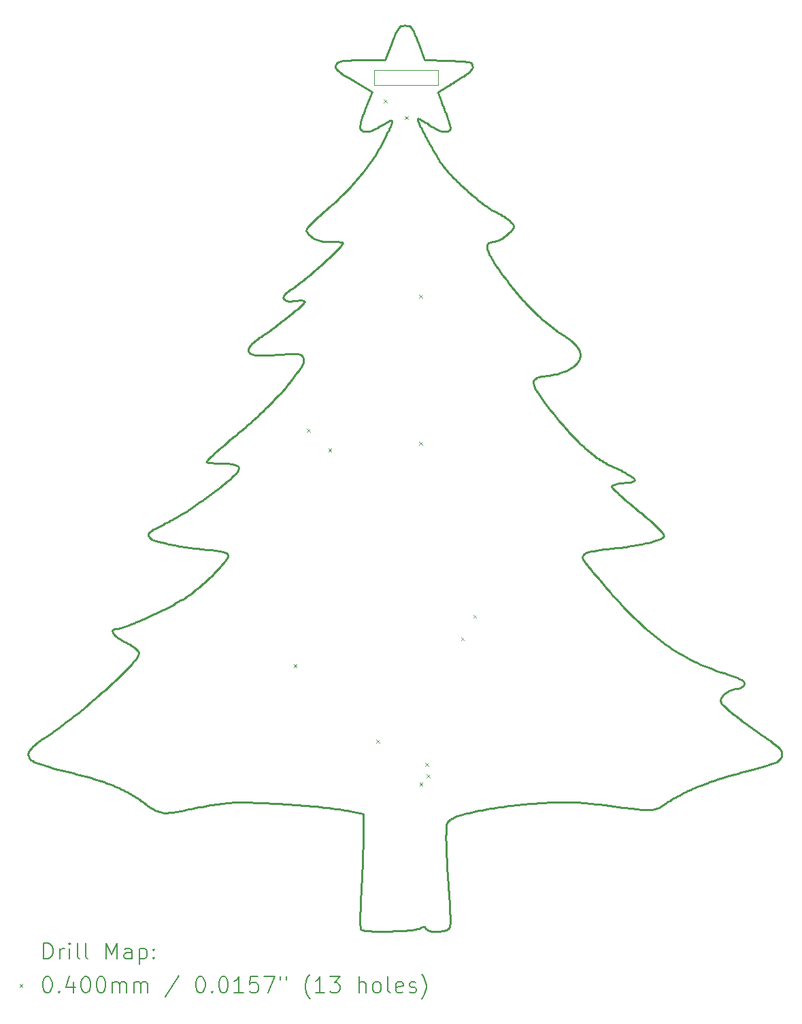
<source format=gbr>
%TF.GenerationSoftware,KiCad,Pcbnew,7.0.9*%
%TF.CreationDate,2023-11-22T22:42:49-07:00*%
%TF.ProjectId,OrnamentSCH,4f726e61-6d65-46e7-9453-43482e6b6963,rev?*%
%TF.SameCoordinates,Original*%
%TF.FileFunction,Drillmap*%
%TF.FilePolarity,Positive*%
%FSLAX45Y45*%
G04 Gerber Fmt 4.5, Leading zero omitted, Abs format (unit mm)*
G04 Created by KiCad (PCBNEW 7.0.9) date 2023-11-22 22:42:49*
%MOMM*%
%LPD*%
G01*
G04 APERTURE LIST*
%ADD10C,0.228600*%
%ADD11C,0.100000*%
%ADD12C,0.200000*%
G04 APERTURE END LIST*
D10*
X15950995Y-4701935D02*
X15975950Y-4717749D01*
X15999848Y-4731885D01*
X16022657Y-4744338D01*
X16044348Y-4755101D01*
X16074716Y-4768063D01*
X16102389Y-4777189D01*
X16127262Y-4782458D01*
X16155887Y-4783448D01*
X16179095Y-4777494D01*
X16200105Y-4760214D01*
X16205921Y-4750222D01*
X13472211Y-13133067D02*
X13498118Y-13131387D01*
X13527830Y-13130195D01*
X13561097Y-13129474D01*
X13597671Y-13129206D01*
X13637304Y-13129375D01*
X13679747Y-13129963D01*
X13724752Y-13130952D01*
X13772069Y-13132327D01*
X13821450Y-13134068D01*
X13872646Y-13136160D01*
X13925410Y-13138585D01*
X13979491Y-13141326D01*
X14034642Y-13144365D01*
X14090615Y-13147685D01*
X14147159Y-13151269D01*
X14204027Y-13155101D01*
X14260970Y-13159161D01*
X14317740Y-13163434D01*
X14374088Y-13167903D01*
X14429764Y-13172549D01*
X14484522Y-13177356D01*
X14538111Y-13182306D01*
X14590284Y-13187382D01*
X14640791Y-13192568D01*
X14689385Y-13197845D01*
X14735816Y-13203197D01*
X14779836Y-13208606D01*
X14821196Y-13214055D01*
X14859647Y-13219527D01*
X14894942Y-13225005D01*
X14926831Y-13230471D01*
X14955066Y-13235908D01*
X16187713Y-14217776D02*
X16184372Y-14174110D01*
X16181119Y-14129477D01*
X16177971Y-14084203D01*
X16174946Y-14038611D01*
X16173484Y-14015797D01*
X16170674Y-13970337D01*
X16168029Y-13925371D01*
X16165565Y-13881223D01*
X16163300Y-13838217D01*
X16161250Y-13796677D01*
X16159433Y-13756929D01*
X16157866Y-13719296D01*
X16156564Y-13684104D01*
X16155547Y-13651675D01*
X16154829Y-13622335D01*
X16154429Y-13596408D01*
X16154353Y-13584826D01*
X15443515Y-4762878D02*
X15425967Y-4799769D01*
X15408179Y-4836002D01*
X15390126Y-4871610D01*
X15371780Y-4906628D01*
X15353116Y-4941088D01*
X15334106Y-4975023D01*
X15314725Y-5008467D01*
X15294946Y-5041452D01*
X15274743Y-5074012D01*
X15254088Y-5106181D01*
X15232957Y-5137991D01*
X15211322Y-5169476D01*
X15189156Y-5200668D01*
X15166435Y-5231602D01*
X15143130Y-5262310D01*
X15119216Y-5292825D01*
X15094667Y-5323181D01*
X15069455Y-5353412D01*
X15043554Y-5383549D01*
X15016939Y-5413627D01*
X14989582Y-5443678D01*
X14961458Y-5473737D01*
X14932539Y-5503835D01*
X14902800Y-5534006D01*
X14872213Y-5564285D01*
X14840753Y-5594702D01*
X14808393Y-5625293D01*
X14775107Y-5656090D01*
X14740868Y-5687126D01*
X14705649Y-5718435D01*
X14669426Y-5750050D01*
X14632170Y-5782004D01*
X14089094Y-7556885D02*
X14129434Y-7554066D01*
X14165672Y-7551740D01*
X14198044Y-7549928D01*
X14226788Y-7548652D01*
X14252140Y-7547932D01*
X14284326Y-7547944D01*
X14310213Y-7549329D01*
X14336311Y-7553436D01*
X14358068Y-7562444D01*
X14374879Y-7582885D01*
X12169638Y-11138804D02*
X12194618Y-11151393D01*
X12218030Y-11164306D01*
X12239716Y-11177415D01*
X12259523Y-11190595D01*
X12282736Y-11208058D01*
X12301959Y-11225120D01*
X12319813Y-11245426D01*
X12331230Y-11267520D01*
X12331990Y-11270896D01*
X13832361Y-7348182D02*
X13804817Y-7366941D01*
X13780238Y-7385163D01*
X13758641Y-7402802D01*
X13740042Y-7419812D01*
X13717801Y-7444047D01*
X13702396Y-7466611D01*
X13692586Y-7493830D01*
X13695157Y-7517439D01*
X13710239Y-7537074D01*
X13729839Y-7548972D01*
X13756605Y-7558275D01*
X14374879Y-7582885D02*
X14383169Y-7606861D01*
X14384358Y-7632204D01*
X14376769Y-7661830D01*
X14364307Y-7688613D01*
X14352382Y-7709326D01*
X14337319Y-7732750D01*
X14318909Y-7759249D01*
X14296942Y-7789189D01*
X14271208Y-7822933D01*
X14256862Y-7841345D01*
X14241497Y-7860845D01*
X14225085Y-7881479D01*
X14207600Y-7903292D01*
X14189017Y-7926329D01*
X14169308Y-7950636D01*
X14148448Y-7976259D01*
X12472799Y-9842608D02*
X12493567Y-9856098D01*
X12515539Y-9865621D01*
X12543444Y-9875454D01*
X12576793Y-9885502D01*
X12615099Y-9895669D01*
X12657875Y-9905856D01*
X12680787Y-9910928D01*
X12704633Y-9915969D01*
X12729353Y-9920967D01*
X12754885Y-9925910D01*
X12781169Y-9930786D01*
X12808144Y-9935583D01*
X12835748Y-9940289D01*
X12863921Y-9944892D01*
X12892602Y-9949380D01*
X12921730Y-9953740D01*
X12951244Y-9957961D01*
X12981082Y-9962030D01*
X13011185Y-9965936D01*
X13041491Y-9969667D01*
X13071939Y-9973209D01*
X13102468Y-9976552D01*
X13133017Y-9979684D01*
X13163525Y-9982591D01*
X13193932Y-9985263D01*
X15123814Y-13270731D02*
X15123814Y-13549307D01*
X11477416Y-12756873D02*
X11517548Y-12766604D01*
X11556680Y-12776351D01*
X11594834Y-12786125D01*
X11632032Y-12795934D01*
X11668297Y-12805788D01*
X11703651Y-12815694D01*
X11738116Y-12825664D01*
X11771715Y-12835704D01*
X11804469Y-12845825D01*
X11836401Y-12856036D01*
X11867534Y-12866346D01*
X11897890Y-12876763D01*
X11927490Y-12887297D01*
X11956357Y-12897957D01*
X11984514Y-12908751D01*
X12011983Y-12919690D01*
X12038786Y-12930782D01*
X12064944Y-12942036D01*
X12090482Y-12953461D01*
X12115420Y-12965067D01*
X12139782Y-12976861D01*
X12163588Y-12988854D01*
X12186863Y-13001055D01*
X12209627Y-13013472D01*
X12231904Y-13026115D01*
X12253715Y-13038992D01*
X12275083Y-13052113D01*
X12296030Y-13065487D01*
X12316578Y-13079123D01*
X12336750Y-13093030D01*
X12356568Y-13107216D01*
X12376054Y-13121692D01*
X17268023Y-13141191D02*
X17300720Y-13138877D01*
X17332141Y-13136730D01*
X17362361Y-13134750D01*
X17391459Y-13132940D01*
X17419509Y-13131300D01*
X17446590Y-13129832D01*
X17472777Y-13128539D01*
X17498148Y-13127420D01*
X17522779Y-13126479D01*
X17546747Y-13125715D01*
X17570128Y-13125132D01*
X17592999Y-13124730D01*
X17637519Y-13124475D01*
X17680919Y-13124964D01*
X17723813Y-13126209D01*
X17766815Y-13128222D01*
X17810538Y-13131014D01*
X17855595Y-13134598D01*
X17878816Y-13136691D01*
X17902601Y-13138986D01*
X17927025Y-13141485D01*
X17952167Y-13144190D01*
X17978102Y-13147102D01*
X18004908Y-13150222D01*
X18032661Y-13153553D01*
X18061437Y-13157095D01*
X12702983Y-9637390D02*
X12679714Y-9648651D01*
X12657737Y-9659372D01*
X12637026Y-9669576D01*
X12599301Y-9688524D01*
X12566336Y-9705675D01*
X12537926Y-9721212D01*
X12513869Y-9735316D01*
X12493960Y-9748169D01*
X12471429Y-9765500D01*
X12454008Y-9785924D01*
X12450221Y-9809187D01*
X12463453Y-9832579D01*
X12472799Y-9842608D01*
X15803795Y-4618362D02*
X15828480Y-4628484D01*
X15850092Y-4640135D01*
X15870757Y-4652008D01*
X15893768Y-4665780D01*
X15918521Y-4681108D01*
X15937867Y-4693419D01*
X15950995Y-4701935D01*
X15645888Y-3461919D02*
X15645898Y-3461904D01*
X17604126Y-7309415D02*
X17583205Y-7296005D01*
X17562173Y-7282044D01*
X17541039Y-7267539D01*
X17519810Y-7252499D01*
X17498495Y-7236930D01*
X17477101Y-7220842D01*
X17455637Y-7204241D01*
X17434110Y-7187135D01*
X17412529Y-7169533D01*
X17390902Y-7151442D01*
X17369236Y-7132870D01*
X17347539Y-7113825D01*
X17325820Y-7094314D01*
X17304087Y-7074346D01*
X17282347Y-7053928D01*
X17260609Y-7033068D01*
X17238880Y-7011774D01*
X17217169Y-6990054D01*
X17195484Y-6967915D01*
X17173832Y-6945366D01*
X17152222Y-6922414D01*
X17130662Y-6899067D01*
X17109159Y-6875332D01*
X17087722Y-6851218D01*
X17066358Y-6826733D01*
X17045077Y-6801884D01*
X17023885Y-6776679D01*
X17002790Y-6751126D01*
X16981802Y-6725233D01*
X16960927Y-6699007D01*
X16940173Y-6672457D01*
X16919550Y-6645590D01*
X15886221Y-3891740D02*
X15807686Y-3676887D01*
X15393892Y-3892769D02*
X15102130Y-3893369D01*
X18921434Y-13120414D02*
X18942922Y-13106663D01*
X18965113Y-13092987D01*
X18987994Y-13079392D01*
X19011556Y-13065881D01*
X19035785Y-13052459D01*
X19060672Y-13039131D01*
X19086205Y-13025900D01*
X19112371Y-13012771D01*
X19139161Y-12999749D01*
X19166563Y-12986837D01*
X19194565Y-12974041D01*
X19223156Y-12961364D01*
X19252325Y-12948811D01*
X19282061Y-12936387D01*
X19312351Y-12924095D01*
X19343186Y-12911940D01*
X19374552Y-12899927D01*
X19406440Y-12888060D01*
X19438838Y-12876343D01*
X19471734Y-12864781D01*
X19505117Y-12853378D01*
X19538977Y-12842138D01*
X19573300Y-12831066D01*
X19608077Y-12820166D01*
X19643296Y-12809443D01*
X19678945Y-12798900D01*
X19715013Y-12788543D01*
X19751489Y-12778376D01*
X19788362Y-12768403D01*
X19825620Y-12758628D01*
X19863252Y-12749056D01*
X19901246Y-12739692D01*
X18217952Y-8946403D02*
X18177120Y-8926598D01*
X18156712Y-8915876D01*
X18136294Y-8904594D01*
X18115856Y-8892743D01*
X18095387Y-8880313D01*
X18074876Y-8867294D01*
X18054312Y-8853677D01*
X18033684Y-8839453D01*
X18012982Y-8824612D01*
X17992195Y-8809144D01*
X17971312Y-8793039D01*
X17950322Y-8776288D01*
X17929215Y-8758882D01*
X17907979Y-8740810D01*
X17886604Y-8722064D01*
X17865078Y-8702633D01*
X17843392Y-8682508D01*
X17821534Y-8661680D01*
X17799493Y-8640138D01*
X17777260Y-8617873D01*
X17754822Y-8594876D01*
X17732169Y-8571137D01*
X17709290Y-8546646D01*
X17686175Y-8521394D01*
X17662812Y-8495371D01*
X17639191Y-8468567D01*
X17615301Y-8440974D01*
X17591131Y-8412581D01*
X17566670Y-8383378D01*
X17541908Y-8353357D01*
X17516834Y-8322507D01*
X13558253Y-9014422D02*
X13539849Y-9037623D01*
X13511126Y-9067034D01*
X13493273Y-9083793D01*
X13473293Y-9101774D01*
X13451339Y-9120867D01*
X13427560Y-9140962D01*
X13402110Y-9161948D01*
X13375138Y-9183716D01*
X13346796Y-9206155D01*
X13317235Y-9229156D01*
X13286607Y-9252607D01*
X13255062Y-9276400D01*
X13222753Y-9300423D01*
X13189829Y-9324567D01*
X13156443Y-9348721D01*
X13122746Y-9372776D01*
X13088888Y-9396621D01*
X13055022Y-9420145D01*
X13021298Y-9443240D01*
X12987868Y-9465794D01*
X12954882Y-9487698D01*
X12922492Y-9508842D01*
X12890850Y-9529114D01*
X12860107Y-9548406D01*
X12830413Y-9566607D01*
X12801920Y-9583606D01*
X12774779Y-9599295D01*
X12749142Y-9613561D01*
X12725159Y-9626297D01*
X12702983Y-9637390D01*
X14279386Y-6887723D02*
X14304066Y-6884413D01*
X14331981Y-6882082D01*
X14355941Y-6881710D01*
X14381424Y-6884389D01*
X14397954Y-6895843D01*
X14870554Y-6168877D02*
X14858100Y-6192036D01*
X14837242Y-6217293D01*
X14807775Y-6249124D01*
X14790199Y-6267161D01*
X14770932Y-6286430D01*
X14750128Y-6306792D01*
X14727942Y-6328112D01*
X14704527Y-6350251D01*
X14680037Y-6373072D01*
X14654627Y-6396437D01*
X14628449Y-6420211D01*
X14601657Y-6444254D01*
X14574407Y-6468431D01*
X14546851Y-6492603D01*
X14519143Y-6516633D01*
X14491438Y-6540385D01*
X14463889Y-6563720D01*
X14436650Y-6586501D01*
X14409875Y-6608592D01*
X14383717Y-6629854D01*
X14358332Y-6650151D01*
X14333872Y-6669345D01*
X14310491Y-6687298D01*
X14288344Y-6703874D01*
X14267584Y-6718936D01*
X14248366Y-6732345D01*
X14215167Y-6753658D01*
X19579322Y-11888060D02*
X19574032Y-11860543D01*
X19578635Y-11833156D01*
X19592308Y-11806657D01*
X19608020Y-11787822D01*
X19628025Y-11770235D01*
X19651976Y-11754216D01*
X19679525Y-11740084D01*
X19710327Y-11728161D01*
X19732496Y-11721597D01*
X19755854Y-11716252D01*
X19767946Y-11714066D01*
X16754000Y-6151000D02*
X16784631Y-6145001D01*
X16812005Y-6133610D01*
X16841630Y-6117513D01*
X16861956Y-6104700D01*
X16882270Y-6090597D01*
X16902166Y-6075523D01*
X16921239Y-6059799D01*
X16939084Y-6043745D01*
X16962662Y-6019746D01*
X16981198Y-5996807D01*
X16993322Y-5976009D01*
X16997667Y-5958433D01*
X19767946Y-11714066D02*
X19791050Y-11709461D01*
X19815707Y-11702192D01*
X19839028Y-11691300D01*
X19857478Y-11675684D01*
X19866833Y-11654126D01*
X19867192Y-11648135D01*
X15021510Y-4159062D02*
X15236683Y-4285814D01*
X12040506Y-10971890D02*
X12013609Y-10976082D01*
X12000150Y-10996258D01*
X12011185Y-11022704D01*
X12026542Y-11041514D01*
X12047875Y-11061787D01*
X12074715Y-11082914D01*
X12095436Y-11097173D01*
X12118256Y-11111361D01*
X12143037Y-11125298D01*
X12169638Y-11138804D01*
X15323278Y-4720974D02*
X15356258Y-4700652D01*
X15385144Y-4683145D01*
X15410087Y-4668506D01*
X15431236Y-4656786D01*
X15456172Y-4644795D01*
X15480880Y-4640148D01*
X15484007Y-4667220D01*
X15475513Y-4691304D01*
X15461848Y-4723131D01*
X15450113Y-4748738D01*
X15443515Y-4762878D01*
X15085727Y-4744421D02*
X15098970Y-4763548D01*
X15123169Y-4778495D01*
X15148175Y-4783330D01*
X15177787Y-4781871D01*
X15202785Y-4776669D01*
X15229996Y-4767963D01*
X15259256Y-4755768D01*
X15279822Y-4745708D01*
X15301178Y-4734108D01*
X15323278Y-4720974D01*
X12967919Y-10542185D02*
X12949119Y-10555714D01*
X12927920Y-10570044D01*
X12904495Y-10585094D01*
X12879020Y-10600783D01*
X12851668Y-10617031D01*
X12822614Y-10633757D01*
X12792032Y-10650879D01*
X12760096Y-10668319D01*
X12726981Y-10685993D01*
X12692860Y-10703823D01*
X12657908Y-10721727D01*
X12622299Y-10739624D01*
X12586207Y-10757435D01*
X12549807Y-10775077D01*
X12513273Y-10792470D01*
X12476779Y-10809535D01*
X12440499Y-10826188D01*
X12404608Y-10842352D01*
X12369280Y-10857943D01*
X12334688Y-10872882D01*
X12301008Y-10887089D01*
X12268414Y-10900481D01*
X12237079Y-10912979D01*
X12207178Y-10924502D01*
X12178886Y-10934969D01*
X12152376Y-10944299D01*
X12127823Y-10952412D01*
X12105400Y-10959227D01*
X12067646Y-10968639D01*
X12040506Y-10971890D01*
X14215167Y-6753658D02*
X14191212Y-6768949D01*
X14171311Y-6783996D01*
X14148911Y-6805794D01*
X14135242Y-6826227D01*
X14130191Y-6850499D01*
X14144265Y-6874430D01*
X14171153Y-6887028D01*
X14200071Y-6891895D01*
X14223385Y-6892686D01*
X14249847Y-6891344D01*
X14279386Y-6887723D01*
X16137395Y-4508440D02*
X16124489Y-4477034D01*
X16112177Y-4446903D01*
X16100607Y-4418418D01*
X16089925Y-4391949D01*
X16080281Y-4367868D01*
X16071820Y-4346545D01*
X16062636Y-4323045D01*
X16054063Y-4300148D01*
X16052326Y-4294400D01*
D11*
X15259100Y-4020820D02*
X16059100Y-4020820D01*
X16059100Y-4202100D01*
X15259100Y-4202100D01*
X15259100Y-4020820D01*
D10*
X19619354Y-11522195D02*
X19569250Y-11506220D01*
X19519883Y-11489499D01*
X19471214Y-11472008D01*
X19423206Y-11453717D01*
X19375819Y-11434599D01*
X19329015Y-11414629D01*
X19282757Y-11393778D01*
X19237006Y-11372019D01*
X19191724Y-11349325D01*
X19146873Y-11325669D01*
X19102415Y-11301023D01*
X19058311Y-11275361D01*
X19014523Y-11248655D01*
X18971013Y-11220879D01*
X18927743Y-11192004D01*
X18884674Y-11162004D01*
X18841769Y-11130852D01*
X18798989Y-11098520D01*
X18756296Y-11064981D01*
X18713652Y-11030208D01*
X18671018Y-10994174D01*
X18628357Y-10956851D01*
X18585630Y-10918213D01*
X18542798Y-10878232D01*
X18499825Y-10836881D01*
X18456671Y-10794133D01*
X18413299Y-10749961D01*
X18369669Y-10704337D01*
X18325745Y-10657235D01*
X18281487Y-10608626D01*
X18236858Y-10558485D01*
X18191819Y-10506783D01*
X15820890Y-14698785D02*
X15844908Y-14687764D01*
X15867143Y-14679926D01*
X15891799Y-14679926D01*
X15907628Y-14698785D01*
X17806928Y-7632565D02*
X17819584Y-7604104D01*
X17825967Y-7575715D01*
X17825981Y-7547242D01*
X17819528Y-7518527D01*
X17806512Y-7489416D01*
X17794141Y-7469711D01*
X17778782Y-7449713D01*
X17760405Y-7429378D01*
X17738983Y-7408657D01*
X17714487Y-7387506D01*
X17686887Y-7365878D01*
X17656156Y-7343726D01*
X17622265Y-7321004D01*
X17604126Y-7309415D01*
X16484617Y-3966956D02*
X16478221Y-3944835D01*
X16460201Y-3926132D01*
X16437687Y-3917480D01*
X16413366Y-3912569D01*
X16381400Y-3908731D01*
X16355280Y-3906643D01*
X16324916Y-3904845D01*
X16289971Y-3903261D01*
X16250107Y-3901817D01*
X16204984Y-3900438D01*
X16180345Y-3899750D01*
X16201612Y-14684508D02*
X16205277Y-14659078D01*
X16206353Y-14632505D01*
X16206616Y-14598432D01*
X16206352Y-14571949D01*
X16205745Y-14542732D01*
X16204801Y-14511018D01*
X16203527Y-14477049D01*
X16201932Y-14441062D01*
X16200021Y-14403298D01*
X16197802Y-14363996D01*
X16195283Y-14323394D01*
X16192469Y-14281732D01*
X16189368Y-14239250D01*
X16187713Y-14217776D01*
X14707090Y-6151003D02*
X14731913Y-6151210D01*
X14755585Y-6151810D01*
X14784871Y-6153168D01*
X14810941Y-6155097D01*
X14837989Y-6158199D01*
X14860601Y-6162746D01*
X14870554Y-6168877D01*
X12331990Y-11270896D02*
X12326466Y-11295345D01*
X12304559Y-11331861D01*
X12287948Y-11354208D01*
X12267825Y-11379051D01*
X12244382Y-11406214D01*
X12217816Y-11435524D01*
X12188320Y-11466806D01*
X12156089Y-11499887D01*
X12121317Y-11534593D01*
X12084198Y-11570750D01*
X12044926Y-11608184D01*
X12003697Y-11646721D01*
X11960703Y-11686186D01*
X11916141Y-11726407D01*
X11870203Y-11767209D01*
X11823084Y-11808417D01*
X11774979Y-11849859D01*
X11726082Y-11891359D01*
X11676587Y-11932745D01*
X11626688Y-11973842D01*
X11576581Y-12014476D01*
X11526458Y-12054473D01*
X11476515Y-12093660D01*
X11426946Y-12131862D01*
X11377945Y-12168905D01*
X11329707Y-12204615D01*
X11282425Y-12238819D01*
X11236294Y-12271342D01*
X11191509Y-12302010D01*
X11148264Y-12330650D01*
X16205921Y-4750222D02*
X16206393Y-4725506D01*
X16202100Y-4701910D01*
X16194840Y-4672666D01*
X16187616Y-4647623D01*
X16178999Y-4620381D01*
X16169107Y-4591357D01*
X16158059Y-4560972D01*
X16145971Y-4529643D01*
X16137395Y-4508440D01*
X18061437Y-13157095D02*
X18127285Y-13165316D01*
X18188683Y-13173016D01*
X18245823Y-13180185D01*
X18298900Y-13186815D01*
X18348107Y-13192898D01*
X18393637Y-13198426D01*
X18435685Y-13203391D01*
X18474444Y-13207784D01*
X18510107Y-13211598D01*
X18542869Y-13214823D01*
X18572923Y-13217453D01*
X18600462Y-13219478D01*
X18625680Y-13220890D01*
X18648772Y-13221682D01*
X18689347Y-13221370D01*
X18723738Y-13218476D01*
X18753494Y-13212935D01*
X18780163Y-13204681D01*
X18805295Y-13193648D01*
X18830439Y-13179770D01*
X18857144Y-13162983D01*
X18886959Y-13143219D01*
X18921434Y-13120414D01*
X14955066Y-13235908D02*
X15123814Y-13270731D01*
X13173638Y-8893125D02*
X13197663Y-8900363D01*
X13221869Y-8903788D01*
X13245609Y-8906104D01*
X13272461Y-8907968D01*
X13301708Y-8909309D01*
X13324784Y-8909930D01*
X13348501Y-8910188D01*
X16273614Y-4156505D02*
X16304003Y-4138424D01*
X16331667Y-4121559D01*
X16356700Y-4105829D01*
X16379194Y-4091151D01*
X16399240Y-4077442D01*
X16424923Y-4058515D01*
X16445618Y-4041302D01*
X16465992Y-4020539D01*
X16480894Y-3997168D01*
X16485182Y-3971206D01*
X16484617Y-3966956D01*
X19901246Y-12739692D02*
X19934227Y-12731552D01*
X19966886Y-12723221D01*
X19999027Y-12714758D01*
X20030457Y-12706226D01*
X20060980Y-12697685D01*
X20090401Y-12689195D01*
X20118525Y-12680819D01*
X20145158Y-12672618D01*
X20170104Y-12664651D01*
X20193169Y-12656981D01*
X20223812Y-12646165D01*
X20249126Y-12636359D01*
X20273451Y-12625211D01*
X20281135Y-12620601D01*
X15645898Y-3461904D02*
X15620558Y-3463309D01*
X15594184Y-3470788D01*
X15571311Y-3487692D01*
X15553814Y-3510208D01*
X15540299Y-3533444D01*
X15525832Y-3562909D01*
X15515387Y-3586364D01*
X15504110Y-3613114D01*
X15491837Y-3643367D01*
X15478404Y-3677336D01*
X17402854Y-7822113D02*
X17437439Y-7818031D01*
X17471440Y-7812604D01*
X17504716Y-7805897D01*
X17537125Y-7797976D01*
X17568526Y-7788910D01*
X17598777Y-7778764D01*
X17627737Y-7767604D01*
X17655264Y-7755498D01*
X17681217Y-7742512D01*
X17705454Y-7728713D01*
X17727835Y-7714167D01*
X17748216Y-7698941D01*
X17766458Y-7683101D01*
X17782418Y-7666714D01*
X17801771Y-7641253D01*
X17806928Y-7632565D01*
X17516834Y-8322507D02*
X17486109Y-8284307D01*
X17457271Y-8248157D01*
X17430308Y-8213997D01*
X17405206Y-8181767D01*
X17381951Y-8151408D01*
X17360529Y-8122861D01*
X17340928Y-8096067D01*
X17323133Y-8070966D01*
X17307131Y-8047498D01*
X17292909Y-8025605D01*
X17280453Y-8005226D01*
X17260785Y-7968777D01*
X17248018Y-7937676D01*
X17242045Y-7911447D01*
X17245586Y-7880201D01*
X17263803Y-7857248D01*
X17283920Y-7845761D01*
X17310289Y-7836772D01*
X17342802Y-7829806D01*
X17381350Y-7824389D01*
X17402854Y-7822113D01*
X12376054Y-13121692D02*
X12395489Y-13136330D01*
X12413955Y-13150070D01*
X12448325Y-13174914D01*
X12479865Y-13196335D01*
X12509273Y-13214450D01*
X12537250Y-13229372D01*
X12564495Y-13241214D01*
X12591706Y-13250091D01*
X12619585Y-13256117D01*
X12648829Y-13259405D01*
X12680139Y-13260071D01*
X12714214Y-13258227D01*
X12751753Y-13253988D01*
X12793456Y-13247469D01*
X12816088Y-13243389D01*
X12840023Y-13238782D01*
X12865348Y-13233661D01*
X12892152Y-13228042D01*
X12920522Y-13221938D01*
X12950544Y-13215363D01*
X16752748Y-5772483D02*
X16725916Y-5758180D01*
X16693742Y-5737957D01*
X16657020Y-5712511D01*
X16637202Y-5698048D01*
X16616545Y-5682539D01*
X16595149Y-5666074D01*
X16573112Y-5648739D01*
X16550535Y-5630621D01*
X16527516Y-5611807D01*
X16504155Y-5592385D01*
X16480551Y-5572442D01*
X16456803Y-5552064D01*
X16433011Y-5531340D01*
X16409274Y-5510355D01*
X16385692Y-5489198D01*
X16362363Y-5467956D01*
X16339388Y-5446715D01*
X16316865Y-5425563D01*
X16294894Y-5404587D01*
X16273574Y-5383874D01*
X16253004Y-5363512D01*
X16233285Y-5343587D01*
X16214514Y-5324187D01*
X16196792Y-5305399D01*
X16180218Y-5287310D01*
X16164891Y-5270006D01*
X16138375Y-5238108D01*
X16127386Y-5223686D01*
X11148264Y-12330650D02*
X11128641Y-12343594D01*
X11092556Y-12368576D01*
X11060669Y-12392397D01*
X11032957Y-12415110D01*
X11009399Y-12436767D01*
X10989973Y-12457424D01*
X10974659Y-12477132D01*
X10959349Y-12505035D01*
X10953169Y-12531107D01*
X10956045Y-12555528D01*
X10967906Y-12578480D01*
X10988679Y-12600142D01*
X11007443Y-12613957D01*
X11030114Y-12627333D01*
X13442465Y-10042719D02*
X13439103Y-10071220D01*
X13428823Y-10091848D01*
X13413344Y-10116164D01*
X13393066Y-10143748D01*
X13368391Y-10174177D01*
X13339718Y-10207029D01*
X13324009Y-10224233D01*
X13307450Y-10241884D01*
X13290092Y-10259930D01*
X13271986Y-10278319D01*
X13253181Y-10296997D01*
X13233727Y-10315912D01*
X13213675Y-10335012D01*
X13193074Y-10354243D01*
X13171975Y-10373552D01*
X13150427Y-10392888D01*
X13128482Y-10412197D01*
X13106188Y-10431427D01*
X13083596Y-10450524D01*
X13060756Y-10469437D01*
X13037718Y-10488112D01*
X13014533Y-10506497D01*
X12991250Y-10524539D01*
X12967919Y-10542185D01*
X15094753Y-14714223D02*
X15120535Y-14722686D01*
X15151643Y-14726997D01*
X15192008Y-14730282D01*
X15215158Y-14731551D01*
X15240019Y-14732577D01*
X15266389Y-14733363D01*
X15294066Y-14733914D01*
X15322850Y-14734235D01*
X15352540Y-14734329D01*
X15382933Y-14734201D01*
X15413828Y-14733856D01*
X15445025Y-14733296D01*
X15476322Y-14732527D01*
X15507517Y-14731554D01*
X15538410Y-14730379D01*
X15568799Y-14729008D01*
X15598483Y-14727445D01*
X15627260Y-14725694D01*
X15654929Y-14723759D01*
X15681290Y-14721645D01*
X15706140Y-14719355D01*
X15729278Y-14716895D01*
X15769614Y-14711479D01*
X15800688Y-14705431D01*
X15820890Y-14698785D01*
X16127386Y-5223686D02*
X16103908Y-5190347D01*
X16078206Y-5151436D01*
X16064698Y-5130223D01*
X16050848Y-5108018D01*
X16036727Y-5084952D01*
X16022406Y-5061159D01*
X16007956Y-5036772D01*
X15993448Y-5011925D01*
X15978953Y-4986750D01*
X15964544Y-4961382D01*
X15950290Y-4935952D01*
X15936264Y-4910594D01*
X15922535Y-4885442D01*
X15909177Y-4860628D01*
X15896259Y-4836287D01*
X15883852Y-4812550D01*
X15872030Y-4789552D01*
X15860861Y-4767425D01*
X15850418Y-4746302D01*
X15831993Y-4707605D01*
X15817325Y-4674524D01*
X15806984Y-4648126D01*
X15800829Y-4623391D01*
X15803795Y-4618362D01*
X18354034Y-9155104D02*
X18394054Y-9152173D01*
X18428014Y-9148524D01*
X18455825Y-9144021D01*
X18485822Y-9135372D01*
X18503480Y-9119592D01*
X18494965Y-9097970D01*
X18470981Y-9077268D01*
X18446447Y-9061078D01*
X18414975Y-9042820D01*
X18376477Y-9022358D01*
X18354566Y-9011259D01*
X18330866Y-8999558D01*
X18305365Y-8987239D01*
X18278053Y-8974285D01*
X18248919Y-8960678D01*
X18217952Y-8946403D01*
X16154353Y-13584826D02*
X16154347Y-13550276D01*
X16154610Y-13519440D01*
X16155221Y-13492050D01*
X16156262Y-13467836D01*
X16158806Y-13436884D01*
X16162774Y-13411569D01*
X16170750Y-13385015D01*
X16182391Y-13364719D01*
X16203082Y-13344877D01*
X16225337Y-13330805D01*
X16231777Y-13327257D01*
X16997667Y-5958433D02*
X16985604Y-5932742D01*
X16965635Y-5910795D01*
X16945403Y-5892571D01*
X16921330Y-5873338D01*
X16894014Y-5853551D01*
X16874297Y-5840276D01*
X16853581Y-5827091D01*
X16832044Y-5814131D01*
X16809862Y-5801530D01*
X16787212Y-5789423D01*
X16764272Y-5777945D01*
X16752748Y-5772483D01*
X20281135Y-12620601D02*
X20303196Y-12602817D01*
X20319743Y-12584204D01*
X20333251Y-12558206D01*
X20337012Y-12530992D01*
X20331057Y-12502707D01*
X20320233Y-12480879D01*
X20303974Y-12458593D01*
X20282295Y-12435911D01*
X20264837Y-12420599D01*
X20244979Y-12405157D01*
X20234152Y-12397393D01*
X18198632Y-9972728D02*
X18233267Y-9969006D01*
X18267273Y-9965148D01*
X18300625Y-9961160D01*
X18333296Y-9957048D01*
X18365260Y-9952817D01*
X18396492Y-9948475D01*
X18426966Y-9944027D01*
X18456655Y-9939479D01*
X18485533Y-9934837D01*
X18513576Y-9930108D01*
X18540756Y-9925297D01*
X18567047Y-9920411D01*
X18592425Y-9915455D01*
X18616862Y-9910437D01*
X18640334Y-9905361D01*
X18662813Y-9900235D01*
X18704692Y-9889854D01*
X18742291Y-9879342D01*
X18775403Y-9868748D01*
X18803820Y-9858121D01*
X18827335Y-9847510D01*
X18852960Y-9831731D01*
X18866388Y-9816261D01*
X16052326Y-4294400D02*
X16074237Y-4278205D01*
X16096443Y-4263881D01*
X16117337Y-4250753D01*
X16141440Y-4235846D01*
X16168368Y-4219398D01*
X16197739Y-4201648D01*
X16218486Y-4189209D01*
X16240036Y-4176367D01*
X16262273Y-4163194D01*
X16273614Y-4156505D01*
X14632170Y-5782004D02*
X14605323Y-5805081D01*
X14580065Y-5827285D01*
X14556439Y-5848567D01*
X14534490Y-5868878D01*
X14514263Y-5888168D01*
X14495802Y-5906388D01*
X14479151Y-5923489D01*
X14457667Y-5946934D01*
X14440507Y-5967584D01*
X14424613Y-5990483D01*
X14416463Y-6014098D01*
X14418109Y-6018911D01*
X13756605Y-7558275D02*
X13781832Y-7562080D01*
X13812079Y-7564035D01*
X13839742Y-7564871D01*
X13871032Y-7565170D01*
X13905374Y-7564936D01*
X13929680Y-7564485D01*
X13954917Y-7563800D01*
X13980914Y-7562880D01*
X14007501Y-7561728D01*
X14034506Y-7560344D01*
X14061761Y-7558730D01*
X14089094Y-7556885D01*
X14418109Y-6018911D02*
X14431607Y-6037802D01*
X14451573Y-6062829D01*
X14471707Y-6084115D01*
X14492579Y-6101920D01*
X14514755Y-6116506D01*
X14538807Y-6128133D01*
X14565302Y-6137061D01*
X14594808Y-6143551D01*
X14627896Y-6147865D01*
X14652225Y-6149660D01*
X14678567Y-6150680D01*
X14707090Y-6151003D01*
X18213086Y-9194221D02*
X18230171Y-9178658D01*
X18254505Y-9170134D01*
X18281109Y-9163980D01*
X18305717Y-9159905D01*
X18332653Y-9156758D01*
X18354034Y-9155104D01*
X14789657Y-3938173D02*
X14780255Y-3964306D01*
X14781631Y-3987713D01*
X14797960Y-4012369D01*
X14816670Y-4029416D01*
X14843167Y-4049202D01*
X14865603Y-4064338D01*
X14892167Y-4081328D01*
X14923127Y-4100426D01*
X14958749Y-4121886D01*
X14978392Y-4133581D01*
X14999302Y-4145963D01*
X15021510Y-4159062D01*
X15151614Y-4494514D02*
X15143050Y-4515994D01*
X15131031Y-4547829D01*
X15120105Y-4578819D01*
X15110387Y-4608531D01*
X15101991Y-4636533D01*
X15095029Y-4662392D01*
X15089616Y-4685677D01*
X15085004Y-4711971D01*
X15083807Y-4735759D01*
X15085727Y-4744421D01*
X17858775Y-10102730D02*
X17851822Y-10077840D01*
X17858867Y-10051776D01*
X17878956Y-10034250D01*
X17903460Y-10022662D01*
X17936770Y-10012132D01*
X17964188Y-10005579D01*
X17995999Y-9999315D01*
X18032393Y-9993265D01*
X18073562Y-9987357D01*
X18119698Y-9981518D01*
X18144688Y-9978601D01*
X18170991Y-9975674D01*
X18198632Y-9972728D01*
X15102130Y-3893369D02*
X15060048Y-3893546D01*
X15021864Y-3893944D01*
X14987387Y-3894592D01*
X14956427Y-3895516D01*
X14928792Y-3896744D01*
X14904292Y-3898304D01*
X14873000Y-3901326D01*
X14847686Y-3905247D01*
X14822120Y-3912036D01*
X14801167Y-3923340D01*
X14789657Y-3938173D01*
X18191819Y-10506783D02*
X18175559Y-10487898D01*
X18159463Y-10469159D01*
X18143552Y-10450590D01*
X18127849Y-10432217D01*
X18112374Y-10414067D01*
X18097148Y-10396165D01*
X18082193Y-10378538D01*
X18053182Y-10344210D01*
X18025510Y-10311289D01*
X17999349Y-10279983D01*
X17974869Y-10250500D01*
X17952240Y-10223045D01*
X17931634Y-10197827D01*
X17913221Y-10175053D01*
X17897171Y-10154929D01*
X17877902Y-10130167D01*
X17862076Y-10108362D01*
X17858775Y-10102730D01*
X15123814Y-13549307D02*
X15123677Y-13579943D01*
X15123277Y-13614135D01*
X15122626Y-13651517D01*
X15121738Y-13691723D01*
X15120626Y-13734389D01*
X15119305Y-13779149D01*
X15118570Y-13802200D01*
X15117788Y-13825638D01*
X15116960Y-13849416D01*
X15116088Y-13873490D01*
X15115174Y-13897813D01*
X15114219Y-13922340D01*
X15113225Y-13947024D01*
X15112194Y-13971822D01*
X15111128Y-13996686D01*
X15110028Y-14021571D01*
X15108896Y-14046432D01*
X15107733Y-14071222D01*
X15106542Y-14095897D01*
X15105324Y-14120409D01*
X15104080Y-14144715D01*
X15102813Y-14168768D01*
X15101524Y-14192522D01*
X15100215Y-14215932D01*
X15098887Y-14238952D01*
X15097543Y-14261536D01*
X15807686Y-3676887D02*
X15795099Y-3642797D01*
X15783597Y-3612464D01*
X15773019Y-3585673D01*
X15763202Y-3562208D01*
X15749551Y-3532780D01*
X15736702Y-3509628D01*
X15719876Y-3487270D01*
X15697513Y-3470583D01*
X15671312Y-3463272D01*
X15645888Y-3461919D01*
X14397954Y-6895843D02*
X14382326Y-6918381D01*
X14363883Y-6937076D01*
X14339323Y-6959945D01*
X14309374Y-6986407D01*
X14274764Y-7015879D01*
X14255939Y-7031562D01*
X14236221Y-7047780D01*
X14215701Y-7064460D01*
X14194471Y-7081528D01*
X14172622Y-7098913D01*
X14150243Y-7116541D01*
X14127427Y-7134341D01*
X14104264Y-7152238D01*
X14080845Y-7170161D01*
X14057262Y-7188036D01*
X14033604Y-7205791D01*
X14009963Y-7223353D01*
X13986430Y-7240650D01*
X13963096Y-7257609D01*
X13940052Y-7274156D01*
X13917389Y-7290220D01*
X13895197Y-7305727D01*
X13873568Y-7320605D01*
X13852592Y-7334781D01*
X13832361Y-7348182D01*
X16180345Y-3899750D02*
X15886221Y-3891740D01*
X12950544Y-13215363D02*
X12981116Y-13208795D01*
X13013207Y-13202221D01*
X13046548Y-13195682D01*
X13080873Y-13189221D01*
X13115914Y-13182881D01*
X13151405Y-13176702D01*
X13187077Y-13170727D01*
X13222663Y-13164998D01*
X13257897Y-13159557D01*
X13292511Y-13154446D01*
X13326238Y-13149707D01*
X13358811Y-13145383D01*
X13389961Y-13141514D01*
X13419423Y-13138144D01*
X13446929Y-13135314D01*
X13472211Y-13133067D01*
X20234152Y-12397393D02*
X20194237Y-12369444D01*
X20155660Y-12342335D01*
X20118412Y-12316060D01*
X20082485Y-12290613D01*
X20047871Y-12265986D01*
X20014561Y-12242174D01*
X19982548Y-12219171D01*
X19951823Y-12196969D01*
X19922377Y-12175562D01*
X19894203Y-12154945D01*
X19867292Y-12135110D01*
X19841636Y-12116052D01*
X19817226Y-12097764D01*
X19794055Y-12080239D01*
X19772114Y-12063471D01*
X19751395Y-12047454D01*
X19731890Y-12032181D01*
X19713590Y-12017646D01*
X19680572Y-11990764D01*
X19652277Y-11966758D01*
X19628639Y-11945575D01*
X19609590Y-11927165D01*
X19589478Y-11904637D01*
X19579322Y-11888060D01*
X15907628Y-14698785D02*
X15926433Y-14716753D01*
X15951049Y-14726177D01*
X15982226Y-14732249D01*
X16005566Y-14734486D01*
X16030187Y-14735313D01*
X16055436Y-14734761D01*
X16080660Y-14732861D01*
X16105204Y-14729646D01*
X16128416Y-14725147D01*
X16159306Y-14716061D01*
X16183521Y-14704265D01*
X16201612Y-14684508D01*
X14148448Y-7976259D02*
X14124186Y-8005261D01*
X14097303Y-8036016D01*
X14067982Y-8068346D01*
X14036408Y-8102076D01*
X14019833Y-8119411D01*
X14002763Y-8137029D01*
X13985222Y-8154909D01*
X13967233Y-8173028D01*
X13948818Y-8191365D01*
X13930000Y-8209897D01*
X13910803Y-8228603D01*
X13891249Y-8247460D01*
X13871362Y-8266446D01*
X13851164Y-8285540D01*
X13830679Y-8304718D01*
X13809929Y-8323960D01*
X13788938Y-8343243D01*
X13767728Y-8362544D01*
X13746322Y-8381843D01*
X13724744Y-8401117D01*
X13703016Y-8420343D01*
X13681161Y-8439500D01*
X13659203Y-8458565D01*
X13637164Y-8477518D01*
X13615067Y-8496335D01*
X13592936Y-8514994D01*
X13570793Y-8533474D01*
X13548661Y-8551752D01*
X15097543Y-14261536D02*
X15094996Y-14305764D01*
X15092760Y-14348947D01*
X15090837Y-14390854D01*
X15089227Y-14431253D01*
X15087932Y-14469913D01*
X15086952Y-14506603D01*
X15086289Y-14541090D01*
X15085943Y-14573145D01*
X15085917Y-14602535D01*
X15086211Y-14629029D01*
X15086825Y-14652396D01*
X15088352Y-14681077D01*
X15091521Y-14706212D01*
X15094753Y-14714223D01*
X11030114Y-12627333D02*
X11052952Y-12637314D01*
X11078789Y-12646690D01*
X11111230Y-12657439D01*
X11136145Y-12665256D01*
X11163423Y-12673517D01*
X11192834Y-12682156D01*
X11224149Y-12691105D01*
X11257139Y-12700298D01*
X11291574Y-12709670D01*
X11327226Y-12719153D01*
X11363866Y-12728681D01*
X11401263Y-12738188D01*
X11439190Y-12747608D01*
X11477416Y-12756873D01*
X13193932Y-9985263D02*
X13220688Y-9987668D01*
X13246119Y-9990271D01*
X13270187Y-9993063D01*
X13292856Y-9996036D01*
X13324157Y-10000815D01*
X13352104Y-10005953D01*
X13376575Y-10011422D01*
X13403582Y-10019177D01*
X13427896Y-10029523D01*
X13442465Y-10042719D01*
X15478404Y-3677336D02*
X15393892Y-3892769D01*
X19867192Y-11648135D02*
X19856771Y-11624564D01*
X19835871Y-11607159D01*
X19810330Y-11592512D01*
X19785701Y-11580938D01*
X19756146Y-11568740D01*
X19733602Y-11560209D01*
X19708714Y-11551320D01*
X19681418Y-11542043D01*
X19651652Y-11532345D01*
X19619354Y-11522195D01*
X15236683Y-4285814D02*
X15151614Y-4494514D01*
X16919550Y-6645590D02*
X16894231Y-6612092D01*
X16870276Y-6579950D01*
X16847679Y-6549144D01*
X16826433Y-6519655D01*
X16806531Y-6491465D01*
X16787968Y-6464553D01*
X16770736Y-6438901D01*
X16754829Y-6414490D01*
X16740242Y-6391301D01*
X16726967Y-6369314D01*
X16714998Y-6348510D01*
X16694953Y-6310374D01*
X16680056Y-6276742D01*
X16670255Y-6247459D01*
X16665498Y-6222372D01*
X16667710Y-6192274D01*
X16680983Y-6170755D01*
X16705145Y-6157297D01*
X16740023Y-6151384D01*
X16754000Y-6151000D01*
X18549189Y-9500307D02*
X18514959Y-9472076D01*
X18481687Y-9444326D01*
X18449545Y-9417214D01*
X18418707Y-9390897D01*
X18389344Y-9365533D01*
X18361629Y-9341277D01*
X18335735Y-9318287D01*
X18311834Y-9296720D01*
X18290099Y-9276732D01*
X18270702Y-9258481D01*
X18253816Y-9242123D01*
X18233572Y-9221478D01*
X18216978Y-9202043D01*
X18213086Y-9194221D01*
X16231777Y-13327257D02*
X16260314Y-13313744D01*
X16296048Y-13300057D01*
X16338472Y-13286286D01*
X16362033Y-13279398D01*
X16387077Y-13272524D01*
X16413540Y-13265674D01*
X16441359Y-13258860D01*
X16470469Y-13252094D01*
X16500808Y-13245387D01*
X16532313Y-13238750D01*
X16564919Y-13232195D01*
X16598564Y-13225734D01*
X16633185Y-13219377D01*
X16668717Y-13213135D01*
X16705097Y-13207022D01*
X16742263Y-13201047D01*
X16780150Y-13195222D01*
X16818696Y-13189559D01*
X16857837Y-13184069D01*
X16897509Y-13178763D01*
X16937649Y-13173653D01*
X16978195Y-13168750D01*
X17019081Y-13164066D01*
X17060246Y-13159612D01*
X17101626Y-13155400D01*
X17143156Y-13151440D01*
X17184775Y-13147744D01*
X17226419Y-13144324D01*
X17268023Y-13141191D01*
X18866388Y-9816261D02*
X18859992Y-9792615D01*
X18841427Y-9767035D01*
X18820210Y-9742911D01*
X18802663Y-9724546D01*
X18782438Y-9704400D01*
X18759573Y-9682510D01*
X18734105Y-9658913D01*
X18706071Y-9633647D01*
X18675511Y-9606751D01*
X18642460Y-9578260D01*
X18625013Y-9563429D01*
X18606958Y-9548213D01*
X18588299Y-9532618D01*
X18569041Y-9516648D01*
X18549189Y-9500307D01*
X13548661Y-8551752D02*
X13528426Y-8568419D01*
X13508500Y-8584917D01*
X13488908Y-8601226D01*
X13469673Y-8617322D01*
X13450819Y-8633185D01*
X13432371Y-8648792D01*
X13414352Y-8664122D01*
X13396787Y-8679151D01*
X13363112Y-8708225D01*
X13331540Y-8735838D01*
X13302260Y-8761816D01*
X13275466Y-8785983D01*
X13251350Y-8808164D01*
X13230104Y-8828184D01*
X13211919Y-8845869D01*
X13190802Y-8867633D01*
X13175153Y-8886842D01*
X13173638Y-8893125D01*
X13348501Y-8910188D02*
X13384408Y-8910618D01*
X13417031Y-8911738D01*
X13446421Y-8913573D01*
X13472632Y-8916150D01*
X13495716Y-8919495D01*
X13524592Y-8926010D01*
X13546728Y-8934398D01*
X13566063Y-8948651D01*
X13574462Y-8971689D01*
X13569077Y-8994552D01*
X13558253Y-9014422D01*
D12*
D11*
X14260350Y-11408550D02*
X14300350Y-11448550D01*
X14300350Y-11408550D02*
X14260350Y-11448550D01*
X14427000Y-8478000D02*
X14467000Y-8518000D01*
X14467000Y-8478000D02*
X14427000Y-8518000D01*
X14691000Y-8723000D02*
X14731000Y-8763000D01*
X14731000Y-8723000D02*
X14691000Y-8763000D01*
X15289000Y-12348000D02*
X15329000Y-12388000D01*
X15329000Y-12348000D02*
X15289000Y-12388000D01*
X15378000Y-4382000D02*
X15418000Y-4422000D01*
X15418000Y-4382000D02*
X15378000Y-4422000D01*
X15641000Y-4591000D02*
X15681000Y-4631000D01*
X15681000Y-4591000D02*
X15641000Y-4631000D01*
X15821080Y-6809550D02*
X15861080Y-6849550D01*
X15861080Y-6809550D02*
X15821080Y-6849550D01*
X15821080Y-8642320D02*
X15861080Y-8682320D01*
X15861080Y-8642320D02*
X15821080Y-8682320D01*
X15825000Y-12885000D02*
X15865000Y-12925000D01*
X15865000Y-12885000D02*
X15825000Y-12925000D01*
X15898680Y-12635150D02*
X15938680Y-12675150D01*
X15938680Y-12635150D02*
X15898680Y-12675150D01*
X15911850Y-12779560D02*
X15951850Y-12819560D01*
X15951850Y-12779560D02*
X15911850Y-12819560D01*
X16343000Y-11076000D02*
X16383000Y-11116000D01*
X16383000Y-11076000D02*
X16343000Y-11116000D01*
X16494000Y-10796000D02*
X16534000Y-10836000D01*
X16534000Y-10796000D02*
X16494000Y-10836000D01*
D12*
X11148167Y-15078042D02*
X11148167Y-14878042D01*
X11148167Y-14878042D02*
X11195786Y-14878042D01*
X11195786Y-14878042D02*
X11224357Y-14887566D01*
X11224357Y-14887566D02*
X11243405Y-14906613D01*
X11243405Y-14906613D02*
X11252929Y-14925661D01*
X11252929Y-14925661D02*
X11262452Y-14963756D01*
X11262452Y-14963756D02*
X11262452Y-14992327D01*
X11262452Y-14992327D02*
X11252929Y-15030423D01*
X11252929Y-15030423D02*
X11243405Y-15049470D01*
X11243405Y-15049470D02*
X11224357Y-15068518D01*
X11224357Y-15068518D02*
X11195786Y-15078042D01*
X11195786Y-15078042D02*
X11148167Y-15078042D01*
X11348167Y-15078042D02*
X11348167Y-14944708D01*
X11348167Y-14982804D02*
X11357691Y-14963756D01*
X11357691Y-14963756D02*
X11367214Y-14954232D01*
X11367214Y-14954232D02*
X11386262Y-14944708D01*
X11386262Y-14944708D02*
X11405310Y-14944708D01*
X11471976Y-15078042D02*
X11471976Y-14944708D01*
X11471976Y-14878042D02*
X11462452Y-14887566D01*
X11462452Y-14887566D02*
X11471976Y-14897089D01*
X11471976Y-14897089D02*
X11481500Y-14887566D01*
X11481500Y-14887566D02*
X11471976Y-14878042D01*
X11471976Y-14878042D02*
X11471976Y-14897089D01*
X11595786Y-15078042D02*
X11576738Y-15068518D01*
X11576738Y-15068518D02*
X11567214Y-15049470D01*
X11567214Y-15049470D02*
X11567214Y-14878042D01*
X11700548Y-15078042D02*
X11681500Y-15068518D01*
X11681500Y-15068518D02*
X11671976Y-15049470D01*
X11671976Y-15049470D02*
X11671976Y-14878042D01*
X11929119Y-15078042D02*
X11929119Y-14878042D01*
X11929119Y-14878042D02*
X11995786Y-15020899D01*
X11995786Y-15020899D02*
X12062452Y-14878042D01*
X12062452Y-14878042D02*
X12062452Y-15078042D01*
X12243405Y-15078042D02*
X12243405Y-14973280D01*
X12243405Y-14973280D02*
X12233881Y-14954232D01*
X12233881Y-14954232D02*
X12214833Y-14944708D01*
X12214833Y-14944708D02*
X12176738Y-14944708D01*
X12176738Y-14944708D02*
X12157691Y-14954232D01*
X12243405Y-15068518D02*
X12224357Y-15078042D01*
X12224357Y-15078042D02*
X12176738Y-15078042D01*
X12176738Y-15078042D02*
X12157691Y-15068518D01*
X12157691Y-15068518D02*
X12148167Y-15049470D01*
X12148167Y-15049470D02*
X12148167Y-15030423D01*
X12148167Y-15030423D02*
X12157691Y-15011375D01*
X12157691Y-15011375D02*
X12176738Y-15001851D01*
X12176738Y-15001851D02*
X12224357Y-15001851D01*
X12224357Y-15001851D02*
X12243405Y-14992327D01*
X12338643Y-14944708D02*
X12338643Y-15144708D01*
X12338643Y-14954232D02*
X12357691Y-14944708D01*
X12357691Y-14944708D02*
X12395786Y-14944708D01*
X12395786Y-14944708D02*
X12414833Y-14954232D01*
X12414833Y-14954232D02*
X12424357Y-14963756D01*
X12424357Y-14963756D02*
X12433881Y-14982804D01*
X12433881Y-14982804D02*
X12433881Y-15039946D01*
X12433881Y-15039946D02*
X12424357Y-15058994D01*
X12424357Y-15058994D02*
X12414833Y-15068518D01*
X12414833Y-15068518D02*
X12395786Y-15078042D01*
X12395786Y-15078042D02*
X12357691Y-15078042D01*
X12357691Y-15078042D02*
X12338643Y-15068518D01*
X12519595Y-15058994D02*
X12529119Y-15068518D01*
X12529119Y-15068518D02*
X12519595Y-15078042D01*
X12519595Y-15078042D02*
X12510072Y-15068518D01*
X12510072Y-15068518D02*
X12519595Y-15058994D01*
X12519595Y-15058994D02*
X12519595Y-15078042D01*
X12519595Y-14954232D02*
X12529119Y-14963756D01*
X12529119Y-14963756D02*
X12519595Y-14973280D01*
X12519595Y-14973280D02*
X12510072Y-14963756D01*
X12510072Y-14963756D02*
X12519595Y-14954232D01*
X12519595Y-14954232D02*
X12519595Y-14973280D01*
D11*
X10847390Y-15386558D02*
X10887390Y-15426558D01*
X10887390Y-15386558D02*
X10847390Y-15426558D01*
D12*
X11186262Y-15298042D02*
X11205310Y-15298042D01*
X11205310Y-15298042D02*
X11224357Y-15307566D01*
X11224357Y-15307566D02*
X11233881Y-15317089D01*
X11233881Y-15317089D02*
X11243405Y-15336137D01*
X11243405Y-15336137D02*
X11252929Y-15374232D01*
X11252929Y-15374232D02*
X11252929Y-15421851D01*
X11252929Y-15421851D02*
X11243405Y-15459946D01*
X11243405Y-15459946D02*
X11233881Y-15478994D01*
X11233881Y-15478994D02*
X11224357Y-15488518D01*
X11224357Y-15488518D02*
X11205310Y-15498042D01*
X11205310Y-15498042D02*
X11186262Y-15498042D01*
X11186262Y-15498042D02*
X11167214Y-15488518D01*
X11167214Y-15488518D02*
X11157691Y-15478994D01*
X11157691Y-15478994D02*
X11148167Y-15459946D01*
X11148167Y-15459946D02*
X11138643Y-15421851D01*
X11138643Y-15421851D02*
X11138643Y-15374232D01*
X11138643Y-15374232D02*
X11148167Y-15336137D01*
X11148167Y-15336137D02*
X11157691Y-15317089D01*
X11157691Y-15317089D02*
X11167214Y-15307566D01*
X11167214Y-15307566D02*
X11186262Y-15298042D01*
X11338643Y-15478994D02*
X11348167Y-15488518D01*
X11348167Y-15488518D02*
X11338643Y-15498042D01*
X11338643Y-15498042D02*
X11329119Y-15488518D01*
X11329119Y-15488518D02*
X11338643Y-15478994D01*
X11338643Y-15478994D02*
X11338643Y-15498042D01*
X11519595Y-15364708D02*
X11519595Y-15498042D01*
X11471976Y-15288518D02*
X11424357Y-15431375D01*
X11424357Y-15431375D02*
X11548167Y-15431375D01*
X11662452Y-15298042D02*
X11681500Y-15298042D01*
X11681500Y-15298042D02*
X11700548Y-15307566D01*
X11700548Y-15307566D02*
X11710072Y-15317089D01*
X11710072Y-15317089D02*
X11719595Y-15336137D01*
X11719595Y-15336137D02*
X11729119Y-15374232D01*
X11729119Y-15374232D02*
X11729119Y-15421851D01*
X11729119Y-15421851D02*
X11719595Y-15459946D01*
X11719595Y-15459946D02*
X11710072Y-15478994D01*
X11710072Y-15478994D02*
X11700548Y-15488518D01*
X11700548Y-15488518D02*
X11681500Y-15498042D01*
X11681500Y-15498042D02*
X11662452Y-15498042D01*
X11662452Y-15498042D02*
X11643405Y-15488518D01*
X11643405Y-15488518D02*
X11633881Y-15478994D01*
X11633881Y-15478994D02*
X11624357Y-15459946D01*
X11624357Y-15459946D02*
X11614833Y-15421851D01*
X11614833Y-15421851D02*
X11614833Y-15374232D01*
X11614833Y-15374232D02*
X11624357Y-15336137D01*
X11624357Y-15336137D02*
X11633881Y-15317089D01*
X11633881Y-15317089D02*
X11643405Y-15307566D01*
X11643405Y-15307566D02*
X11662452Y-15298042D01*
X11852929Y-15298042D02*
X11871976Y-15298042D01*
X11871976Y-15298042D02*
X11891024Y-15307566D01*
X11891024Y-15307566D02*
X11900548Y-15317089D01*
X11900548Y-15317089D02*
X11910072Y-15336137D01*
X11910072Y-15336137D02*
X11919595Y-15374232D01*
X11919595Y-15374232D02*
X11919595Y-15421851D01*
X11919595Y-15421851D02*
X11910072Y-15459946D01*
X11910072Y-15459946D02*
X11900548Y-15478994D01*
X11900548Y-15478994D02*
X11891024Y-15488518D01*
X11891024Y-15488518D02*
X11871976Y-15498042D01*
X11871976Y-15498042D02*
X11852929Y-15498042D01*
X11852929Y-15498042D02*
X11833881Y-15488518D01*
X11833881Y-15488518D02*
X11824357Y-15478994D01*
X11824357Y-15478994D02*
X11814833Y-15459946D01*
X11814833Y-15459946D02*
X11805310Y-15421851D01*
X11805310Y-15421851D02*
X11805310Y-15374232D01*
X11805310Y-15374232D02*
X11814833Y-15336137D01*
X11814833Y-15336137D02*
X11824357Y-15317089D01*
X11824357Y-15317089D02*
X11833881Y-15307566D01*
X11833881Y-15307566D02*
X11852929Y-15298042D01*
X12005310Y-15498042D02*
X12005310Y-15364708D01*
X12005310Y-15383756D02*
X12014833Y-15374232D01*
X12014833Y-15374232D02*
X12033881Y-15364708D01*
X12033881Y-15364708D02*
X12062453Y-15364708D01*
X12062453Y-15364708D02*
X12081500Y-15374232D01*
X12081500Y-15374232D02*
X12091024Y-15393280D01*
X12091024Y-15393280D02*
X12091024Y-15498042D01*
X12091024Y-15393280D02*
X12100548Y-15374232D01*
X12100548Y-15374232D02*
X12119595Y-15364708D01*
X12119595Y-15364708D02*
X12148167Y-15364708D01*
X12148167Y-15364708D02*
X12167214Y-15374232D01*
X12167214Y-15374232D02*
X12176738Y-15393280D01*
X12176738Y-15393280D02*
X12176738Y-15498042D01*
X12271976Y-15498042D02*
X12271976Y-15364708D01*
X12271976Y-15383756D02*
X12281500Y-15374232D01*
X12281500Y-15374232D02*
X12300548Y-15364708D01*
X12300548Y-15364708D02*
X12329119Y-15364708D01*
X12329119Y-15364708D02*
X12348167Y-15374232D01*
X12348167Y-15374232D02*
X12357691Y-15393280D01*
X12357691Y-15393280D02*
X12357691Y-15498042D01*
X12357691Y-15393280D02*
X12367214Y-15374232D01*
X12367214Y-15374232D02*
X12386262Y-15364708D01*
X12386262Y-15364708D02*
X12414833Y-15364708D01*
X12414833Y-15364708D02*
X12433881Y-15374232D01*
X12433881Y-15374232D02*
X12443405Y-15393280D01*
X12443405Y-15393280D02*
X12443405Y-15498042D01*
X12833881Y-15288518D02*
X12662453Y-15545661D01*
X13091024Y-15298042D02*
X13110072Y-15298042D01*
X13110072Y-15298042D02*
X13129119Y-15307566D01*
X13129119Y-15307566D02*
X13138643Y-15317089D01*
X13138643Y-15317089D02*
X13148167Y-15336137D01*
X13148167Y-15336137D02*
X13157691Y-15374232D01*
X13157691Y-15374232D02*
X13157691Y-15421851D01*
X13157691Y-15421851D02*
X13148167Y-15459946D01*
X13148167Y-15459946D02*
X13138643Y-15478994D01*
X13138643Y-15478994D02*
X13129119Y-15488518D01*
X13129119Y-15488518D02*
X13110072Y-15498042D01*
X13110072Y-15498042D02*
X13091024Y-15498042D01*
X13091024Y-15498042D02*
X13071976Y-15488518D01*
X13071976Y-15488518D02*
X13062453Y-15478994D01*
X13062453Y-15478994D02*
X13052929Y-15459946D01*
X13052929Y-15459946D02*
X13043405Y-15421851D01*
X13043405Y-15421851D02*
X13043405Y-15374232D01*
X13043405Y-15374232D02*
X13052929Y-15336137D01*
X13052929Y-15336137D02*
X13062453Y-15317089D01*
X13062453Y-15317089D02*
X13071976Y-15307566D01*
X13071976Y-15307566D02*
X13091024Y-15298042D01*
X13243405Y-15478994D02*
X13252929Y-15488518D01*
X13252929Y-15488518D02*
X13243405Y-15498042D01*
X13243405Y-15498042D02*
X13233881Y-15488518D01*
X13233881Y-15488518D02*
X13243405Y-15478994D01*
X13243405Y-15478994D02*
X13243405Y-15498042D01*
X13376738Y-15298042D02*
X13395786Y-15298042D01*
X13395786Y-15298042D02*
X13414834Y-15307566D01*
X13414834Y-15307566D02*
X13424357Y-15317089D01*
X13424357Y-15317089D02*
X13433881Y-15336137D01*
X13433881Y-15336137D02*
X13443405Y-15374232D01*
X13443405Y-15374232D02*
X13443405Y-15421851D01*
X13443405Y-15421851D02*
X13433881Y-15459946D01*
X13433881Y-15459946D02*
X13424357Y-15478994D01*
X13424357Y-15478994D02*
X13414834Y-15488518D01*
X13414834Y-15488518D02*
X13395786Y-15498042D01*
X13395786Y-15498042D02*
X13376738Y-15498042D01*
X13376738Y-15498042D02*
X13357691Y-15488518D01*
X13357691Y-15488518D02*
X13348167Y-15478994D01*
X13348167Y-15478994D02*
X13338643Y-15459946D01*
X13338643Y-15459946D02*
X13329119Y-15421851D01*
X13329119Y-15421851D02*
X13329119Y-15374232D01*
X13329119Y-15374232D02*
X13338643Y-15336137D01*
X13338643Y-15336137D02*
X13348167Y-15317089D01*
X13348167Y-15317089D02*
X13357691Y-15307566D01*
X13357691Y-15307566D02*
X13376738Y-15298042D01*
X13633881Y-15498042D02*
X13519596Y-15498042D01*
X13576738Y-15498042D02*
X13576738Y-15298042D01*
X13576738Y-15298042D02*
X13557691Y-15326613D01*
X13557691Y-15326613D02*
X13538643Y-15345661D01*
X13538643Y-15345661D02*
X13519596Y-15355185D01*
X13814834Y-15298042D02*
X13719596Y-15298042D01*
X13719596Y-15298042D02*
X13710072Y-15393280D01*
X13710072Y-15393280D02*
X13719596Y-15383756D01*
X13719596Y-15383756D02*
X13738643Y-15374232D01*
X13738643Y-15374232D02*
X13786262Y-15374232D01*
X13786262Y-15374232D02*
X13805310Y-15383756D01*
X13805310Y-15383756D02*
X13814834Y-15393280D01*
X13814834Y-15393280D02*
X13824357Y-15412327D01*
X13824357Y-15412327D02*
X13824357Y-15459946D01*
X13824357Y-15459946D02*
X13814834Y-15478994D01*
X13814834Y-15478994D02*
X13805310Y-15488518D01*
X13805310Y-15488518D02*
X13786262Y-15498042D01*
X13786262Y-15498042D02*
X13738643Y-15498042D01*
X13738643Y-15498042D02*
X13719596Y-15488518D01*
X13719596Y-15488518D02*
X13710072Y-15478994D01*
X13891024Y-15298042D02*
X14024357Y-15298042D01*
X14024357Y-15298042D02*
X13938643Y-15498042D01*
X14091024Y-15298042D02*
X14091024Y-15336137D01*
X14167215Y-15298042D02*
X14167215Y-15336137D01*
X14462453Y-15574232D02*
X14452929Y-15564708D01*
X14452929Y-15564708D02*
X14433881Y-15536137D01*
X14433881Y-15536137D02*
X14424358Y-15517089D01*
X14424358Y-15517089D02*
X14414834Y-15488518D01*
X14414834Y-15488518D02*
X14405310Y-15440899D01*
X14405310Y-15440899D02*
X14405310Y-15402804D01*
X14405310Y-15402804D02*
X14414834Y-15355185D01*
X14414834Y-15355185D02*
X14424358Y-15326613D01*
X14424358Y-15326613D02*
X14433881Y-15307566D01*
X14433881Y-15307566D02*
X14452929Y-15278994D01*
X14452929Y-15278994D02*
X14462453Y-15269470D01*
X14643405Y-15498042D02*
X14529119Y-15498042D01*
X14586262Y-15498042D02*
X14586262Y-15298042D01*
X14586262Y-15298042D02*
X14567215Y-15326613D01*
X14567215Y-15326613D02*
X14548167Y-15345661D01*
X14548167Y-15345661D02*
X14529119Y-15355185D01*
X14710072Y-15298042D02*
X14833881Y-15298042D01*
X14833881Y-15298042D02*
X14767215Y-15374232D01*
X14767215Y-15374232D02*
X14795786Y-15374232D01*
X14795786Y-15374232D02*
X14814834Y-15383756D01*
X14814834Y-15383756D02*
X14824358Y-15393280D01*
X14824358Y-15393280D02*
X14833881Y-15412327D01*
X14833881Y-15412327D02*
X14833881Y-15459946D01*
X14833881Y-15459946D02*
X14824358Y-15478994D01*
X14824358Y-15478994D02*
X14814834Y-15488518D01*
X14814834Y-15488518D02*
X14795786Y-15498042D01*
X14795786Y-15498042D02*
X14738643Y-15498042D01*
X14738643Y-15498042D02*
X14719596Y-15488518D01*
X14719596Y-15488518D02*
X14710072Y-15478994D01*
X15071977Y-15498042D02*
X15071977Y-15298042D01*
X15157691Y-15498042D02*
X15157691Y-15393280D01*
X15157691Y-15393280D02*
X15148167Y-15374232D01*
X15148167Y-15374232D02*
X15129120Y-15364708D01*
X15129120Y-15364708D02*
X15100548Y-15364708D01*
X15100548Y-15364708D02*
X15081500Y-15374232D01*
X15081500Y-15374232D02*
X15071977Y-15383756D01*
X15281500Y-15498042D02*
X15262453Y-15488518D01*
X15262453Y-15488518D02*
X15252929Y-15478994D01*
X15252929Y-15478994D02*
X15243405Y-15459946D01*
X15243405Y-15459946D02*
X15243405Y-15402804D01*
X15243405Y-15402804D02*
X15252929Y-15383756D01*
X15252929Y-15383756D02*
X15262453Y-15374232D01*
X15262453Y-15374232D02*
X15281500Y-15364708D01*
X15281500Y-15364708D02*
X15310072Y-15364708D01*
X15310072Y-15364708D02*
X15329120Y-15374232D01*
X15329120Y-15374232D02*
X15338643Y-15383756D01*
X15338643Y-15383756D02*
X15348167Y-15402804D01*
X15348167Y-15402804D02*
X15348167Y-15459946D01*
X15348167Y-15459946D02*
X15338643Y-15478994D01*
X15338643Y-15478994D02*
X15329120Y-15488518D01*
X15329120Y-15488518D02*
X15310072Y-15498042D01*
X15310072Y-15498042D02*
X15281500Y-15498042D01*
X15462453Y-15498042D02*
X15443405Y-15488518D01*
X15443405Y-15488518D02*
X15433881Y-15469470D01*
X15433881Y-15469470D02*
X15433881Y-15298042D01*
X15614834Y-15488518D02*
X15595786Y-15498042D01*
X15595786Y-15498042D02*
X15557691Y-15498042D01*
X15557691Y-15498042D02*
X15538643Y-15488518D01*
X15538643Y-15488518D02*
X15529120Y-15469470D01*
X15529120Y-15469470D02*
X15529120Y-15393280D01*
X15529120Y-15393280D02*
X15538643Y-15374232D01*
X15538643Y-15374232D02*
X15557691Y-15364708D01*
X15557691Y-15364708D02*
X15595786Y-15364708D01*
X15595786Y-15364708D02*
X15614834Y-15374232D01*
X15614834Y-15374232D02*
X15624358Y-15393280D01*
X15624358Y-15393280D02*
X15624358Y-15412327D01*
X15624358Y-15412327D02*
X15529120Y-15431375D01*
X15700548Y-15488518D02*
X15719596Y-15498042D01*
X15719596Y-15498042D02*
X15757691Y-15498042D01*
X15757691Y-15498042D02*
X15776739Y-15488518D01*
X15776739Y-15488518D02*
X15786262Y-15469470D01*
X15786262Y-15469470D02*
X15786262Y-15459946D01*
X15786262Y-15459946D02*
X15776739Y-15440899D01*
X15776739Y-15440899D02*
X15757691Y-15431375D01*
X15757691Y-15431375D02*
X15729120Y-15431375D01*
X15729120Y-15431375D02*
X15710072Y-15421851D01*
X15710072Y-15421851D02*
X15700548Y-15402804D01*
X15700548Y-15402804D02*
X15700548Y-15393280D01*
X15700548Y-15393280D02*
X15710072Y-15374232D01*
X15710072Y-15374232D02*
X15729120Y-15364708D01*
X15729120Y-15364708D02*
X15757691Y-15364708D01*
X15757691Y-15364708D02*
X15776739Y-15374232D01*
X15852929Y-15574232D02*
X15862453Y-15564708D01*
X15862453Y-15564708D02*
X15881501Y-15536137D01*
X15881501Y-15536137D02*
X15891024Y-15517089D01*
X15891024Y-15517089D02*
X15900548Y-15488518D01*
X15900548Y-15488518D02*
X15910072Y-15440899D01*
X15910072Y-15440899D02*
X15910072Y-15402804D01*
X15910072Y-15402804D02*
X15900548Y-15355185D01*
X15900548Y-15355185D02*
X15891024Y-15326613D01*
X15891024Y-15326613D02*
X15881501Y-15307566D01*
X15881501Y-15307566D02*
X15862453Y-15278994D01*
X15862453Y-15278994D02*
X15852929Y-15269470D01*
M02*

</source>
